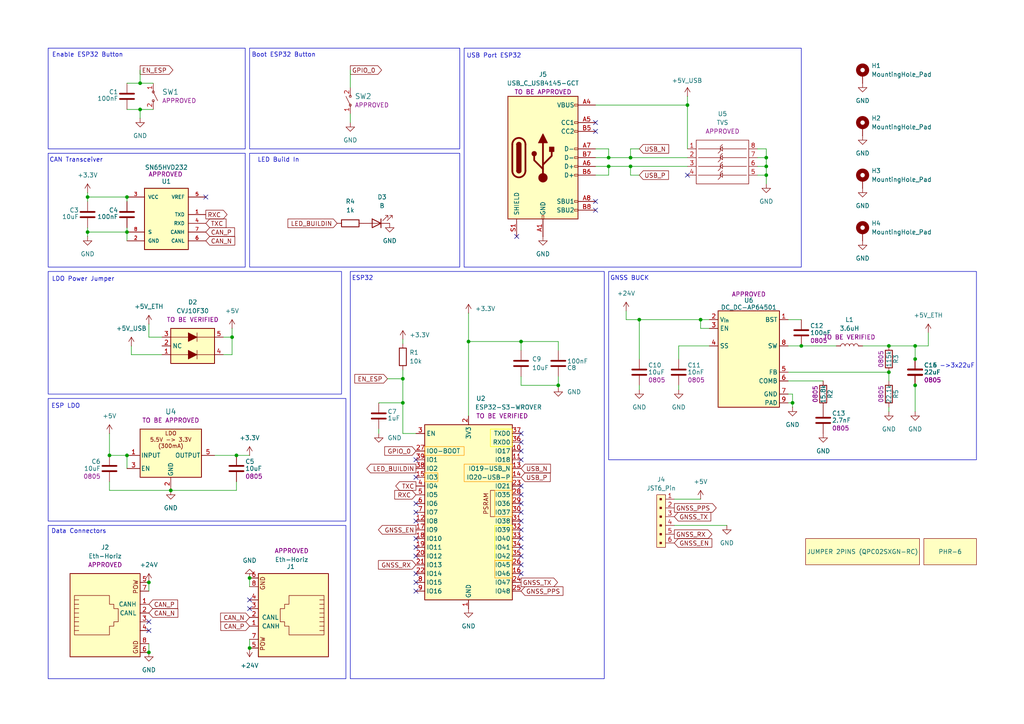
<source format=kicad_sch>
(kicad_sch (version 20250114) (generator "eeschema") (generator_version "9.0")
  (paper "A4")
  (rectangle (start 13.97 78.74) (end 99.06 114.3))
  (rectangle (start 13.97 44.45) (end 71.12 77.47))
  (rectangle (start 176.53 78.74) (end 283.21 133.35))
  (rectangle (start 101.6 78.74) (end 175.26 196.85))
  (rectangle (start 72.39 44.45) (end 133.35 77.47))
  (rectangle (start 40.64 31.75) (end 40.64 31.75))
  (rectangle (start 134.62 13.97) (end 232.41 77.47))
  (rectangle (start 13.97 13.97) (end 71.12 43.18))
  (rectangle (start 72.39 13.97) (end 133.35 43.18))
  (rectangle (start 13.97 152.4) (end 100.33 196.85))
  (rectangle (start 13.97 115.57) (end 100.33 151.13))
  (text "Enable ESP32 Button" (at 25.4 16.002 0) (effects (font (size 1.27 1.27))))
  (text "->3x22uF\n" (at 277.622 106.172 0) (effects (font (size 1.27 1.27))))
  (text "Data Connectors" (at 22.86 154.178 0) (effects (font (size 1.27 1.27))))
  (text "Boot ESP32 Button" (at 82.296 16.002 0) (effects (font (size 1.27 1.27))))
  (text "LED Build In" (at 80.772 46.482 0) (effects (font (size 1.27 1.27))))
  (text "ESP32" (at 105.156 80.772 0) (effects (font (size 1.27 1.27))))
  (text "CAN Transceiver" (at 22.098 46.482 0) (effects (font (size 1.27 1.27))))
  (text "ESP LDO" (at 19.05 117.856 0) (effects (font (size 1.27 1.27))))
  (text "GNSS BUCK" (at 182.626 80.772 0) (effects (font (size 1.27 1.27))))
  (text "LDO Power Jumper" (at 24.13 81.026 0) (effects (font (size 1.27 1.27))))
  (text "USB Port ESP32" (at 143.256 16.256 0) (effects (font (size 1.27 1.27))))
  (junction (at 36.83 57.15))
  (junction (at 151.13 99.06))
  (junction (at 232.41 100.33))
  (junction (at 40.64 24.13))
  (junction (at 265.43 100.33))
  (junction (at 222.25 50.8))
  (junction (at 43.18 189.23))
  (junction (at 203.2 92.71))
  (junction (at 222.25 45.72))
  (junction (at 49.53 142.24))
  (junction (at 182.88 48.26))
  (junction (at 176.53 45.72))
  (junction (at 36.83 67.31))
  (junction (at 185.42 92.71))
  (junction (at 72.39 187.96))
  (junction (at 176.53 48.26))
  (junction (at 265.43 111.76))
  (junction (at 116.84 116.84))
  (junction (at 257.81 107.95))
  (junction (at 68.58 132.08))
  (junction (at 199.39 30.48))
  (junction (at 135.89 99.06))
  (junction (at 31.75 132.08))
  (junction (at 43.18 168.91))
  (junction (at 257.81 100.33))
  (junction (at 67.31 97.79))
  (junction (at 265.43 104.14))
  (junction (at 40.64 31.75))
  (junction (at 229.87 116.84))
  (junction (at 36.83 132.08))
  (junction (at 25.4 67.31))
  (junction (at 182.88 45.72))
  (junction (at 161.925 111.76))
  (junction (at 222.25 48.26))
  (junction (at 25.4 57.15))
  (junction (at 116.84 109.855))
  (junction (at 72.39 167.64))
  (no_connect (at 151.13 148.59))
  (no_connect (at 172.72 38.1))
  (no_connect (at 120.65 161.29))
  (no_connect (at 72.39 173.99))
  (no_connect (at 120.65 146.05))
  (no_connect (at 120.65 138.43))
  (no_connect (at 151.13 166.37))
  (no_connect (at 151.13 163.83))
  (no_connect (at 151.13 140.97))
  (no_connect (at 120.65 151.13))
  (no_connect (at 151.13 133.35))
  (no_connect (at 59.69 57.15))
  (no_connect (at 120.65 156.21))
  (no_connect (at 120.65 171.45))
  (no_connect (at 149.86 68.58))
  (no_connect (at 120.65 168.91))
  (no_connect (at 120.65 148.59))
  (no_connect (at 43.18 180.34))
  (no_connect (at 72.39 176.53))
  (no_connect (at 120.65 158.75))
  (no_connect (at 151.13 156.21))
  (no_connect (at 172.72 58.42))
  (no_connect (at 151.13 130.81))
  (no_connect (at 172.72 60.96))
  (no_connect (at 43.18 182.88))
  (no_connect (at 151.13 153.67))
  (no_connect (at 199.39 50.8))
  (no_connect (at 151.13 125.73))
  (no_connect (at 120.65 133.35))
  (no_connect (at 151.13 146.05))
  (no_connect (at 151.13 128.27))
  (no_connect (at 172.72 35.56))
  (no_connect (at 151.13 151.13))
  (no_connect (at 151.13 143.51))
  (no_connect (at 120.65 166.37))
  (no_connect (at 151.13 158.75))
  (no_connect (at 151.13 161.29))
  (wire (pts (xy 182.88 48.26) (xy 199.39 48.26)))
  (wire (pts (xy 222.25 43.18) (xy 222.25 45.72)))
  (wire (pts (xy 62.23 132.08) (xy 68.58 132.08)))
  (wire (pts (xy 36.83 66.04) (xy 36.83 67.31)))
  (wire (pts (xy 172.72 48.26) (xy 176.53 48.26)))
  (wire (pts (xy 222.25 48.26) (xy 222.25 50.8)))
  (wire (pts (xy 67.31 97.79) (xy 67.31 102.87)))
  (wire (pts (xy 36.83 31.75) (xy 40.64 31.75)))
  (wire (pts (xy 161.925 111.76) (xy 161.925 109.22)))
  (wire (pts (xy 257.81 118.11) (xy 257.81 119.38)))
  (wire (pts (xy 219.71 48.26) (xy 222.25 48.26)))
  (wire (pts (xy 25.4 55.88) (xy 25.4 57.15)))
  (wire (pts (xy 219.71 50.8) (xy 222.25 50.8)))
  (wire (pts (xy 182.88 45.72) (xy 199.39 45.72)))
  (wire (pts (xy 43.18 168.91) (xy 43.18 171.45)))
  (wire (pts (xy 25.4 66.04) (xy 25.4 67.31)))
  (wire (pts (xy 172.72 43.18) (xy 176.53 43.18)))
  (wire (pts (xy 269.24 96.52) (xy 269.24 100.33)))
  (wire (pts (xy 182.88 43.18) (xy 185.42 43.18)))
  (wire (pts (xy 40.64 31.75) (xy 40.64 34.29)))
  (wire (pts (xy 72.39 185.42) (xy 72.39 187.96)))
  (wire (pts (xy 25.4 67.31) (xy 25.4 68.58)))
  (wire (pts (xy 109.855 116.84) (xy 116.84 116.84)))
  (wire (pts (xy 36.83 67.31) (xy 25.4 67.31)))
  (wire (pts (xy 176.53 48.26) (xy 182.88 48.26)))
  (wire (pts (xy 265.43 111.76) (xy 265.43 119.38)))
  (wire (pts (xy 40.64 31.75) (xy 44.45 31.75)))
  (wire (pts (xy 185.42 111.76) (xy 185.42 113.03)))
  (wire (pts (xy 182.88 50.8) (xy 185.42 50.8)))
  (wire (pts (xy 64.77 97.79) (xy 67.31 97.79)))
  (wire (pts (xy 135.89 99.06) (xy 135.89 120.65)))
  (wire (pts (xy 116.84 125.73) (xy 120.65 125.73)))
  (wire (pts (xy 196.85 111.76) (xy 196.85 113.03)))
  (wire (pts (xy 257.81 107.95) (xy 257.81 110.49)))
  (wire (pts (xy 36.83 132.08) (xy 36.83 135.89)))
  (wire (pts (xy 43.18 93.98) (xy 43.18 97.79)))
  (wire (pts (xy 68.58 132.08) (xy 72.39 132.08)))
  (wire (pts (xy 116.84 109.855) (xy 116.84 116.84)))
  (wire (pts (xy 43.18 186.69) (xy 43.18 189.23)))
  (wire (pts (xy 172.72 30.48) (xy 199.39 30.48)))
  (wire (pts (xy 31.75 125.73) (xy 31.75 132.08)))
  (wire (pts (xy 112.395 109.855) (xy 116.84 109.855)))
  (wire (pts (xy 222.25 50.8) (xy 222.25 53.34)))
  (wire (pts (xy 43.18 97.79) (xy 46.99 97.79)))
  (wire (pts (xy 49.53 142.24) (xy 68.58 142.24)))
  (wire (pts (xy 151.13 111.76) (xy 161.925 111.76)))
  (wire (pts (xy 185.42 92.71) (xy 185.42 104.14)))
  (wire (pts (xy 31.75 142.24) (xy 49.53 142.24)))
  (wire (pts (xy 161.925 99.06) (xy 161.925 101.6)))
  (wire (pts (xy 182.88 48.26) (xy 182.88 50.8)))
  (wire (pts (xy 36.83 57.15) (xy 36.83 58.42)))
  (wire (pts (xy 228.6 114.3) (xy 229.87 114.3)))
  (wire (pts (xy 172.72 50.8) (xy 176.53 50.8)))
  (wire (pts (xy 151.13 101.6) (xy 151.13 99.06)))
  (wire (pts (xy 67.31 95.25) (xy 67.31 97.79)))
  (wire (pts (xy 232.41 100.33) (xy 242.57 100.33)))
  (wire (pts (xy 219.71 43.18) (xy 222.25 43.18)))
  (wire (pts (xy 176.53 48.26) (xy 176.53 50.8)))
  (wire (pts (xy 151.13 109.22) (xy 151.13 111.76)))
  (wire (pts (xy 72.39 167.64) (xy 72.39 170.18)))
  (wire (pts (xy 181.61 92.71) (xy 185.42 92.71)))
  (wire (pts (xy 161.925 112.395) (xy 161.925 111.76)))
  (wire (pts (xy 199.39 30.48) (xy 199.39 43.18)))
  (wire (pts (xy 195.58 152.4) (xy 210.82 152.4)))
  (wire (pts (xy 40.64 24.13) (xy 44.45 24.13)))
  (wire (pts (xy 196.85 100.33) (xy 196.85 104.14)))
  (wire (pts (xy 203.2 92.71) (xy 205.74 92.71)))
  (wire (pts (xy 228.6 100.33) (xy 232.41 100.33)))
  (wire (pts (xy 135.89 99.06) (xy 151.13 99.06)))
  (wire (pts (xy 229.87 116.84) (xy 229.87 118.11)))
  (wire (pts (xy 38.1 102.87) (xy 46.99 102.87)))
  (wire (pts (xy 25.4 57.15) (xy 25.4 58.42)))
  (wire (pts (xy 116.84 116.84) (xy 116.84 125.73)))
  (wire (pts (xy 205.74 95.25) (xy 203.2 95.25)))
  (wire (pts (xy 228.6 92.71) (xy 232.41 92.71)))
  (wire (pts (xy 172.72 45.72) (xy 176.53 45.72)))
  (wire (pts (xy 151.13 99.06) (xy 161.925 99.06)))
  (wire (pts (xy 116.84 109.855) (xy 116.84 107.315)))
  (wire (pts (xy 31.75 132.08) (xy 36.83 132.08)))
  (wire (pts (xy 228.6 110.49) (xy 238.76 110.49)))
  (wire (pts (xy 265.43 100.33) (xy 265.43 104.14)))
  (wire (pts (xy 257.81 100.33) (xy 265.43 100.33)))
  (wire (pts (xy 101.6 33.02) (xy 101.6 35.56)))
  (wire (pts (xy 64.77 102.87) (xy 67.31 102.87)))
  (wire (pts (xy 265.43 100.33) (xy 269.24 100.33)))
  (wire (pts (xy 38.1 100.33) (xy 38.1 102.87)))
  (wire (pts (xy 36.83 67.31) (xy 36.83 69.85)))
  (wire (pts (xy 116.84 98.425) (xy 116.84 99.695)))
  (wire (pts (xy 196.85 100.33) (xy 205.74 100.33)))
  (wire (pts (xy 40.64 20.32) (xy 40.64 24.13)))
  (wire (pts (xy 135.89 90.805) (xy 135.89 99.06)))
  (wire (pts (xy 228.6 107.95) (xy 257.81 107.95)))
  (wire (pts (xy 68.58 139.7) (xy 68.58 142.24)))
  (wire (pts (xy 109.855 124.46) (xy 109.855 125.73)))
  (wire (pts (xy 181.61 90.17) (xy 181.61 92.71)))
  (wire (pts (xy 250.19 100.33) (xy 257.81 100.33)))
  (wire (pts (xy 101.6 20.32) (xy 101.6 25.4)))
  (wire (pts (xy 176.53 45.72) (xy 182.88 45.72)))
  (wire (pts (xy 36.83 57.15) (xy 25.4 57.15)))
  (wire (pts (xy 219.71 45.72) (xy 222.25 45.72)))
  (wire (pts (xy 182.88 45.72) (xy 182.88 43.18)))
  (wire (pts (xy 185.42 92.71) (xy 203.2 92.71)))
  (wire (pts (xy 229.87 114.3) (xy 229.87 116.84)))
  (wire (pts (xy 31.75 139.7) (xy 31.75 142.24)))
  (wire (pts (xy 199.39 27.94) (xy 199.39 30.48)))
  (wire (pts (xy 36.83 24.13) (xy 40.64 24.13)))
  (wire (pts (xy 222.25 45.72) (xy 222.25 48.26)))
  (wire (pts (xy 203.2 92.71) (xy 203.2 95.25)))
  (wire (pts (xy 228.6 116.84) (xy 229.87 116.84)))
  (wire (pts (xy 195.58 144.78) (xy 203.2 144.78)))
  (wire (pts (xy 176.53 43.18) (xy 176.53 45.72)))
  (global_label "GPIO_0" (shape output) (at 101.6 20.32 0) (property "Intersheetrefs" "${INTERSHEET_REFS}" (effects (hide yes))))
  (global_label "RXC" (shape input) (at 120.65 143.51 180) (property "Intersheetrefs" "${INTERSHEET_REFS}" (effects (hide yes))))
  (global_label "GNSS_RX" (shape input) (at 120.65 163.83 180) (property "Intersheetrefs" "${INTERSHEET_REFS}" (effects (hide yes))))
  (global_label "GNSS_EN" (shape output) (at 120.65 153.67 180) (property "Intersheetrefs" "${INTERSHEET_REFS}" (effects (hide yes))))
  (global_label "CAN_P" (shape input) (at 43.18 175.26 0) (property "Intersheetrefs" "${INTERSHEET_REFS}" (effects (hide yes))))
  (global_label "EN_ESP" (shape output) (at 40.64 20.32 0) (property "Intersheetrefs" "${INTERSHEET_REFS}" (effects (hide yes))))
  (global_label "USB_N" (shape input) (at 185.42 43.18 0) (property "Intersheetrefs" "${INTERSHEET_REFS}" (effects (hide yes))))
  (global_label "GNSS_EN" (shape input) (at 195.58 157.48 0) (property "Intersheetrefs" "${INTERSHEET_REFS}" (effects (hide yes))))
  (global_label "GNSS_RX" (shape output) (at 195.58 154.94 0) (property "Intersheetrefs" "${INTERSHEET_REFS}" (effects (hide yes))))
  (global_label "TXC" (shape input) (at 59.69 64.77 0) (property "Intersheetrefs" "${INTERSHEET_REFS}" (effects (hide yes))))
  (global_label "USB_N" (shape input) (at 151.13 135.89 0) (property "Intersheetrefs" "${INTERSHEET_REFS}" (effects (hide yes))))
  (global_label "TXC" (shape output) (at 120.65 140.97 180) (property "Intersheetrefs" "${INTERSHEET_REFS}" (effects (hide yes))))
  (global_label "EN_ESP" (shape input) (at 112.395 109.855 180) (property "Intersheetrefs" "${INTERSHEET_REFS}" (effects (hide yes))))
  (global_label "RXC" (shape output) (at 59.69 62.23 0) (property "Intersheetrefs" "${INTERSHEET_REFS}" (effects (hide yes))))
  (global_label "USB_P" (shape input) (at 185.42 50.8 0) (property "Intersheetrefs" "${INTERSHEET_REFS}" (effects (hide yes))))
  (global_label "CAN_P" (shape input) (at 59.69 67.31 0) (property "Intersheetrefs" "${INTERSHEET_REFS}" (effects (hide yes))))
  (global_label "LED_BUILDIN" (shape output) (at 120.65 135.89 180) (property "Intersheetrefs" "${INTERSHEET_REFS}" (effects (hide yes))))
  (global_label "GNSS_TX" (shape output) (at 151.13 168.91 0) (property "Intersheetrefs" "${INTERSHEET_REFS}" (effects (hide yes))))
  (global_label "GNSS_TX" (shape input) (at 195.58 149.86 0) (property "Intersheetrefs" "${INTERSHEET_REFS}" (effects (hide yes))))
  (global_label "LED_BUILDIN" (shape input) (at 97.79 64.77 180) (property "Intersheetrefs" "${INTERSHEET_REFS}" (effects (hide yes))))
  (global_label "CAN_N" (shape input) (at 72.39 179.07 180) (property "Intersheetrefs" "${INTERSHEET_REFS}" (effects (hide yes))))
  (global_label "CAN_P" (shape input) (at 72.39 181.61 180) (property "Intersheetrefs" "${INTERSHEET_REFS}" (effects (hide yes))))
  (global_label "USB_P" (shape input) (at 151.13 138.43 0) (property "Intersheetrefs" "${INTERSHEET_REFS}" (effects (hide yes))))
  (global_label "GNSS_PPS" (shape input) (at 151.13 171.45 0) (property "Intersheetrefs" "${INTERSHEET_REFS}" (effects (hide yes))))
  (global_label "GPIO_0" (shape input) (at 120.65 130.81 180) (property "Intersheetrefs" "${INTERSHEET_REFS}" (effects (hide yes))))
  (global_label "GNSS_PPS" (shape output) (at 195.58 147.32 0) (property "Intersheetrefs" "${INTERSHEET_REFS}" (effects (hide yes))))
  (global_label "CAN_N" (shape input) (at 59.69 69.85 0) (property "Intersheetrefs" "${INTERSHEET_REFS}" (effects (hide yes))))
  (global_label "CAN_N" (shape input) (at 43.18 177.8 0) (property "Intersheetrefs" "${INTERSHEET_REFS}" (effects (hide yes))))
  (symbol (lib_id "RoverLibrary:C_0805") (at 196.85 107.95 0) (unit 1)
    (property "Reference" "C11" (at 199.39 105.918 0) (effects (justify left)))
    (property "Value" "10nF" (at 199.39 107.95 0) (effects (justify left)))
    (property "Footprint" "Capacitor_SMD:C_0805_2012Metric_Pad1.18x1.45mm_HandSolder" (effects (hide yes)))
    (property "Description" "Unpolarized capacitor" (effects (hide yes)))
    (property "Package" "0805" (at 199.39 110.236 0) (effects (justify left)))
  )
  (symbol (lib_id "RoverLibrary:TVS-SMDB03CE3/TR7TR-ND") (at 209.55 39.37 0) (unit 1)
    (property "Reference" "U5" (at 209.55 33.02 0))
    (property "Value" "TVS" (at 209.55 35.56 0))
    (property "Footprint" "Package_SO:SOIC-8_3.9x4.9mm_P1.27mm" (effects (hide yes)))
    (property "STATYS" "APPROVED" (at 209.55 38.1 0))
  )
  (symbol (lib_id "power:GND") (at 185.42 113.03 0) (unit 1)
    (property "Reference" "#PWR021" (effects (hide yes)))
    (property "Value" "GND" (at 185.42 118.11 0))
    (property "Description" "Power symbol creates a global label with name \"GND\" , ground" (effects (hide yes)))
  )
  (symbol (lib_id "RoverLibrary:C-100nF") (at 161.925 105.41 180) (unit 1)
    (property "Reference" "C8" (at 164.465 106.68 0) (effects (justify right)))
    (property "Value" "100nF" (at 164.465 104.775 0) (effects (justify right)))
    (property "Footprint" "Capacitor_SMD:C_0805_2012Metric_Pad1.18x1.45mm_HandSolder" (effects (hide yes)))
    (property "Description" "Unpolarized capacitor" (effects (hide yes)))
  )
  (symbol (lib_id "power:+5V") (at 38.1 100.33 0) (unit 1)
    (property "Reference" "#PWR039" (effects (hide yes)))
    (property "Value" "+5V_USB" (at 38.1 95.25 0))
    (property "Description" "Power symbol creates a global label with name \"+5V\"" (effects (hide yes)))
  )
  (symbol (lib_id "power:GND") (at 72.39 167.64 180) (unit 1)
    (property "Reference" "#PWR023" (effects (hide yes)))
    (property "Value" "GND" (at 72.39 162.56 0))
    (property "Description" "Power symbol creates a global label with name \"GND\" , ground" (effects (hide yes)))
  )
  (symbol (lib_id "power:+5V") (at 43.18 93.98 0) (unit 1)
    (property "Reference" "#PWR040" (effects (hide yes)))
    (property "Value" "+5V_ETH" (at 43.18 88.9 0))
    (property "Description" "Power symbol creates a global label with name \"+5V\"" (effects (hide yes)))
  )
  (symbol (lib_id "RoverLibrary:Eth-Horiz-54601-908WPLF") (at 82.55 177.8 180) (unit 1)
    (property "Reference" "J1" (at 84.328 164.338 0))
    (property "Value" "Eth-Horiz" (at 84.582 162.306 0))
    (property "Footprint" "RoverFootprint:Ethernet_Horizontal" (effects (hide yes)))
    (property "Description" "RJ connector, 8P8C (8 positions 8 connected), RJ31/RJ32/RJ33/RJ34/RJ35/RJ41/RJ45/RJ49/RJ61" (effects (hide yes)))
    (property "STATUS" "APPROVED" (at 84.582 159.766 0))
  )
  (symbol (lib_id "power:GND") (at 161.925 112.395 0) (unit 1)
    (property "Reference" "#PWR016" (effects (hide yes)))
    (property "Value" "GND" (at 164.465 113.6649 0) (effects (justify left)))
    (property "Description" "Power symbol creates a global label with name \"GND\" , ground" (effects (hide yes)))
  )
  (symbol (lib_id "power:GND") (at 250.19 69.85 0) (unit 1)
    (property "Reference" "#PWR010" (effects (hide yes)))
    (property "Value" "GND" (at 250.19 74.93 0))
    (property "Description" "Power symbol creates a global label with name \"GND\" , ground" (effects (hide yes)))
  )
  (symbol (lib_id "RoverLibrary:L_3.6u_ASPI-6045S-3R6N-T") (at 246.38 100.33 90) (unit 1)
    (property "Reference" "L1" (at 246.38 92.71 90))
    (property "Value" "3.6uH" (at 246.38 95.25 90))
    (property "Footprint" "RoverFootprint:L_3.6u_ASPI-6045S-3R6N-T" (effects (hide yes)))
    (property "Datasheet" "https://abracon.com/Magnetics/power/ASPI-6045S.pdf" (effects (hide yes)))
    (property "Description" "Inductor" (effects (hide yes)))
    (property "STATUS" "TO BE VERIFIED" (at 246.38 97.79 90))
    (property "Digikey" "https://www.digikey.ca/en/products/detail/abracon-llc/ASPI-6045S-3R6N-T/2343383" (effects (hide yes)))
  )
  (symbol (lib_id "RoverLibrary:R_0805") (at 238.76 114.3 0) (unit 1)
    (property "Reference" "R2" (at 240.792 114.3 90))
    (property "Value" "15.8k" (at 238.76 114.3 90))
    (property "Footprint" "Resistor_SMD:R_0805_2012Metric_Pad1.20x1.40mm_HandSolder" (effects (hide yes)))
    (property "Description" "Resistor" (effects (hide yes)))
    (property "Package" "0805" (at 236.474 114.3 90))
  )
  (symbol (lib_id "RoverLibrary:DC_DC-AP64501") (at 217.17 86.36 0) (unit 1)
    (property "Reference" "U6" (at 217.17 87.122 0))
    (property "Value" "DC_DC-AP64501" (at 217.17 89.154 0))
    (property "Footprint" "Package_SO:SOIC-8-1EP_3.9x4.9mm_P1.27mm_EP2.29x3mm" (effects (hide yes)))
    (property "Datasheet" "https://www.diodes.com/assets/Datasheets/AP64501.pdf" (effects (hide yes)))
    (property "Description" "DC-DC 3.8V-40V 5A | Adj" (effects (hide yes)))
    (property "STATUS" "APPROVED" (at 217.17 85.344 0))
    (property "Digikey" "https://www.digikey.ca/en/products/detail/diodes-incorporated/AP64501SP-13/10419715" (effects (hide yes)))
  )
  (symbol (lib_id "power:+3.3V") (at 135.89 90.805 0) (unit 1)
    (property "Reference" "#PWR02" (effects (hide yes)))
    (property "Value" "+3.3V" (at 137.795 89.5349 0) (effects (justify left)))
    (property "Description" "Power symbol creates a global label with name \"+3.3V\"" (effects (hide yes)))
  )
  (symbol (lib_id "power:+3.3V") (at 25.4 55.88 0) (unit 1)
    (property "Reference" "#PWR06" (effects (hide yes)))
    (property "Value" "+3.3V" (at 25.4 50.8 0))
    (property "Description" "Power symbol creates a global label with name \"+3.3V\"" (effects (hide yes)))
  )
  (symbol (lib_id "RoverLibrary:MountingHole_Pad") (at 250.19 52.07 0) (unit 1) (exclude_from_sim yes) (in_bom no)
    (property "Reference" "H3" (at 252.73 49.5299 0) (effects (justify left)))
    (property "Value" "MountingHole_Pad" (at 252.73 52.0699 0) (effects (justify left)))
    (property "Footprint" "MountingHole:MountingHole_3.2mm_M3_DIN965_Pad_TopBottom" (effects (hide yes)))
    (property "Description" "Mounting Hole with connection" (effects (hide yes)))
  )
  (symbol (lib_id "power:+24V") (at 181.61 90.17 0) (unit 1)
    (property "Reference" "#PWR033" (effects (hide yes)))
    (property "Value" "+24V" (at 181.61 85.09 0))
    (property "Description" "Power symbol creates a global label with name \"+24V\"" (effects (hide yes)))
  )
  (symbol (lib_id "RoverLibrary:R_0805") (at 257.81 114.3 0) (unit 1)
    (property "Reference" "R5" (at 259.842 114.3 90))
    (property "Value" "22.1k" (at 257.81 114.3 90))
    (property "Footprint" "Resistor_SMD:R_0805_2012Metric_Pad1.20x1.40mm_HandSolder" (effects (hide yes)))
    (property "Description" "Resistor" (effects (hide yes)))
    (property "Package" "0805" (at 255.524 114.3 90))
  )
  (symbol (lib_id "RoverLibrary:C_0805") (at 185.42 107.95 0) (unit 1)
    (property "Reference" "C10" (at 187.96 105.918 0) (effects (justify left)))
    (property "Value" "10uF" (at 187.96 107.95 0) (effects (justify left)))
    (property "Footprint" "Capacitor_SMD:C_0805_2012Metric_Pad1.18x1.45mm_HandSolder" (effects (hide yes)))
    (property "Description" "Unpolarized capacitor" (effects (hide yes)))
    (property "Package" "0805" (at 187.96 110.236 0) (effects (justify left)))
  )
  (symbol (lib_id "power:GND") (at 40.64 34.29 0) (unit 1)
    (property "Reference" "#PWR03" (effects (hide yes)))
    (property "Value" "GND" (at 40.64 39.37 0))
    (property "Description" "Power symbol creates a global label with name \"GND\" , ground" (effects (hide yes)))
  )
  (symbol (lib_id "power:GND") (at 101.6 35.56 0) (unit 1)
    (property "Reference" "#PWR04" (effects (hide yes)))
    (property "Value" "GND" (at 101.6 40.64 0))
    (property "Description" "Power symbol creates a global label with name \"GND\" , ground" (effects (hide yes)))
  )
  (symbol (lib_id "power:GND") (at 222.25 53.34 0) (unit 1)
    (property "Reference" "#PWR027" (effects (hide yes)))
    (property "Value" "GND" (at 222.25 58.42 0))
    (property "Description" "Power symbol creates a global label with name \"GND\" , ground" (effects (hide yes)))
  )
  (symbol (lib_id "RoverLibrary:C_0805") (at 31.75 135.89 0) (mirror y) (unit 1)
    (property "Reference" "C6" (at 29.21 133.858 0) (effects (justify left)))
    (property "Value" "10uF" (at 29.21 135.89 0) (effects (justify left)))
    (property "Footprint" "Capacitor_SMD:C_0805_2012Metric_Pad1.18x1.45mm_HandSolder" (effects (hide yes)))
    (property "Description" "Unpolarized capacitor" (effects (hide yes)))
    (property "Package" "0805" (at 29.21 138.176 0) (effects (justify left)))
  )
  (symbol (lib_id "power:GND") (at 135.89 176.53 0) (unit 1)
    (property "Reference" "#PWR017" (effects (hide yes)))
    (property "Value" "GND" (at 135.89 181.61 0))
    (property "Description" "Power symbol creates a global label with name \"GND\" , ground" (effects (hide yes)))
  )
  (symbol (lib_id "power:GND") (at 257.81 119.38 0) (unit 1)
    (property "Reference" "#PWR036" (effects (hide yes)))
    (property "Value" "GND" (at 257.81 124.46 0))
    (property "Description" "Power symbol creates a global label with name \"GND\" , ground" (effects (hide yes)))
  )
  (symbol (lib_id "power:GND") (at 25.4 68.58 0) (unit 1)
    (property "Reference" "#PWR05" (effects (hide yes)))
    (property "Value" "GND" (at 25.4 73.66 0))
    (property "Description" "Power symbol creates a global label with name \"GND\" , ground" (effects (hide yes)))
  )
  (symbol (lib_id "RoverLibrary:C-100nF") (at 36.83 27.94 0) (unit 1)
    (property "Reference" "C1" (at 34.29 26.67 0) (effects (justify right)))
    (property "Value" "100nF" (at 34.29 28.575 0) (effects (justify right)))
    (property "Footprint" "Capacitor_SMD:C_0805_2012Metric_Pad1.18x1.45mm_HandSolder" (effects (hide yes)))
    (property "Description" "Unpolarized capacitor" (effects (hide yes)))
  )
  (symbol (lib_id "power:+5V") (at 199.39 27.94 0) (unit 1)
    (property "Reference" "#PWR09" (effects (hide yes)))
    (property "Value" "+5V_USB" (at 194.818 23.368 0) (effects (justify left)))
    (property "Description" "Power symbol creates a global label with name \"+5V\"" (effects (hide yes)))
  )
  (symbol (lib_id "power:GND") (at 109.855 125.73 0) (unit 1)
    (property "Reference" "#PWR020" (effects (hide yes)))
    (property "Value" "GND" (at 112.395 126.9999 0) (effects (justify left)))
    (property "Description" "Power symbol creates a global label with name \"GND\" , ground" (effects (hide yes)))
  )
  (symbol (lib_id "RoverLibrary:LDO-TLV74033PDBVR") (at 49.53 124.46 0) (unit 1)
    (property "Reference" "U4" (at 49.53 119.38 0) (effects (font (size 1.524 1.524))))
    (property "Value" "LDO-TLV74033PDBVR" (effects (hide yes)))
    (property "Footprint" "Package_TO_SOT_SMD:SOT-23-5_HandSoldering" (effects (hide yes)))
    (property "Datasheet" "https://mm.digikey.com/Volume0/opasdata/d220001/medias/docus/5334/TLV740P_DS.pdf" (effects (hide yes)))
    (property "Description" "LDO Fixed output 3.3V. Input range: 3.7V-5.5V. 300mA" (effects (hide yes)))
    (property "STATUS" "TO BE APPROVED" (at 49.53 121.92 0))
    (property "Digikey" "https://www.digikey.ca/en/products/detail/texas-instruments/TLV74033PDBVR/12642183" (effects (hide yes)))
  )
  (symbol (lib_id "RoverLibrary:Eth-Horiz-54601-908WPLF") (at 33.02 179.07 0) (unit 1)
    (property "Reference" "J2" (at 30.48 158.75 0))
    (property "Value" "Eth-Horiz" (at 30.48 161.29 0))
    (property "Footprint" "RoverFootprint:Ethernet_Horizontal" (effects (hide yes)))
    (property "Description" "RJ connector, 8P8C (8 positions 8 connected), RJ31/RJ32/RJ33/RJ34/RJ35/RJ41/RJ45/RJ49/RJ61" (effects (hide yes)))
    (property "STATUS" "APPROVED" (at 30.48 163.83 0))
  )
  (symbol (lib_id "RoverLibrary:PushButton-TS09-63-25-WT-160-SMT-TR") (at 101.6 29.21 90) (unit 1)
    (property "Reference" "SW2" (at 102.87 27.9399 90) (effects (font (size 1.524 1.524)) (justify right)))
    (property "Value" "TS09-63-25-WT-160-SMT-TR" (effects (hide yes)))
    (property "Footprint" "Button_Switch_SMD:SW_DIP_SPSTx01_Slide_6.7x4.1mm_W8.61mm_P2.54mm_LowProfile" (effects (hide yes)))
    (property "Datasheet" "TS09-63-25-WT-160-SMT-TR" (effects (hide yes)))
    (property "Description" "SMD Push button" (effects (hide yes)))
    (property "Digikey" "https://www.digikey.ca/en/products/detail/same-sky-formerly-cui-devices/TS09-63-25-WT-160-SMT-TR/15839066?s=N4IgTCBcDaICoGUAMBOAtANgMxrAVjQHU40BGDJNBAWRLgCUQBdAXyA" (effects (hide yes)))
    (property "STATUS" "APPROVED" (at 102.87 30.4799 90) (effects (justify right)))
  )
  (symbol (lib_id "power:GND") (at 238.76 125.73 0) (unit 1)
    (property "Reference" "#PWR026" (effects (hide yes)))
    (property "Value" "GND" (at 238.76 130.81 0))
    (property "Description" "Power symbol creates a global label with name \"GND\" , ground" (effects (hide yes)))
  )
  (symbol (lib_id "RoverLibrary:ESP32-S3-WROVER") (at 135.89 148.59 0) (unit 1)
    (property "Reference" "U2" (at 138.0841 115.57 0) (effects (justify left)))
    (property "Value" "ESP32-S3-WROVER" (at 137.795 118.11 0) (effects (justify left)))
    (property "Footprint" "RF_Module:ESP32-S3-WROOM-1U" (effects (hide yes)))
    (property "Datasheet" "https://www.espressif.com/sites/default/files/documentation/esp32-s3-wroom-1_wroom-1u_datasheet_en.pdf" (effects (hide yes)))
    (property "Description" "RF Module, ESP32-S3 SoC, Wi-Fi 802.11b/g/n, Bluetooth, BLE, 32-bit, 3.3V, onboard antenna, SMD" (effects (hide yes)))
    (property "Digikey Link" "https://www.digikey.ca/en/products/detail/espressif-systems/ESP32-S3-WROOM-1U-N8/16162635" (effects (hide yes)))
    (property "STATUS" "TO BE VERIFIED" (at 138.0841 120.65 0) (effects (justify left)))
  )
  (symbol (lib_id "RoverLibrary:C_0805") (at 265.43 107.95 0) (unit 1)
    (property "Reference" "C14" (at 267.97 105.918 0) (effects (justify left)))
    (property "Value" "22uF" (at 267.97 107.95 0) (effects (justify left)))
    (property "Footprint" "Capacitor_SMD:C_0805_2012Metric_Pad1.18x1.45mm_HandSolder" (effects (hide yes)))
    (property "Description" "Unpolarized capacitor" (effects (hide yes)))
    (property "Package" "0805" (at 267.97 110.236 0) (effects (justify left)))
  )
  (symbol (lib_id "RoverLibrary:MountingHole_Pad") (at 250.19 21.59 0) (unit 1) (exclude_from_sim yes) (in_bom no)
    (property "Reference" "H1" (at 252.73 19.0499 0) (effects (justify left)))
    (property "Value" "MountingHole_Pad" (at 252.73 21.5899 0) (effects (justify left)))
    (property "Footprint" "MountingHole:MountingHole_3.2mm_M3_DIN965_Pad_TopBottom" (effects (hide yes)))
    (property "Description" "Mounting Hole with connection" (effects (hide yes)))
  )
  (symbol (lib_id "RoverLibrary:C-1uF") (at 109.855 120.65 0) (mirror y) (unit 1)
    (property "Reference" "C7" (at 112.395 119.38 0) (effects (justify right)))
    (property "Value" "1uF" (at 112.395 121.285 0) (effects (justify right)))
    (property "Footprint" "Capacitor_SMD:C_0805_2012Metric_Pad1.18x1.45mm_HandSolder" (effects (hide yes)))
    (property "Description" "Unpolarized capacitor" (effects (hide yes)))
  )
  (symbol (lib_id "power:GND") (at 250.19 39.37 0) (unit 1)
    (property "Reference" "#PWR031" (effects (hide yes)))
    (property "Value" "GND" (at 250.19 44.45 0))
    (property "Description" "Power symbol creates a global label with name \"GND\" , ground" (effects (hide yes)))
  )
  (symbol (lib_id "RoverLibrary:MountingHole_Pad") (at 250.19 67.31 0) (unit 1) (exclude_from_sim yes) (in_bom no)
    (property "Reference" "H4" (at 252.73 64.7699 0) (effects (justify left)))
    (property "Value" "MountingHole_Pad" (at 252.73 67.3099 0) (effects (justify left)))
    (property "Footprint" "MountingHole:MountingHole_3.2mm_M3_DIN965_Pad_TopBottom" (effects (hide yes)))
    (property "Description" "Mounting Hole with connection" (effects (hide yes)))
  )
  (symbol (lib_id "power:GND") (at 113.03 64.77 0) (unit 1)
    (property "Reference" "#PWR022" (effects (hide yes)))
    (property "Value" "GND" (at 113.03 69.85 0))
    (property "Description" "Power symbol creates a global label with name \"GND\" , ground" (effects (hide yes)))
  )
  (symbol (lib_id "RoverLibrary:C-100nF") (at 36.83 62.23 0) (unit 1)
    (property "Reference" "C4" (at 34.29 60.96 0) (effects (justify right)))
    (property "Value" "100nF" (at 34.29 62.865 0) (effects (justify right)))
    (property "Footprint" "Capacitor_SMD:C_0805_2012Metric_Pad1.18x1.45mm_HandSolder" (effects (hide yes)))
    (property "Description" "Unpolarized capacitor" (effects (hide yes)))
  )
  (symbol (lib_id "power:GND") (at 210.82 152.4 0) (unit 1)
    (property "Reference" "#PWR014" (effects (hide yes)))
    (property "Value" "GND" (at 210.82 157.48 0))
    (property "Description" "Power symbol creates a global label with name \"GND\" , ground" (effects (hide yes)))
  )
  (symbol (lib_id "RoverLibrary:USB_C_USB4145-03-C") (at 157.48 45.72 0) (unit 1)
    (property "Reference" "J5" (at 157.48 21.59 0))
    (property "Value" "USB_C_USB4145-GCT" (at 157.48 24.13 0))
    (property "Footprint" "RoverFootprint:USB4145_GCT" (effects (hide yes)))
    (property "Datasheet" "https://mm.digikey.com/Volume0/opasdata/d220001/medias/docus/5561/USB4145%20-%20Product%20Drawing.pdf" (effects (hide yes)))
    (property "Description" "USB 2.0-only 16P Type-C Receptacle connector, Vertical" (effects (hide yes)))
    (property "STATUS" "TO BE APPROVED" (at 157.48 26.67 0))
    (property "Digikey" "https://www.digikey.ca/en/products/detail/gct/USB4115-03-C/13557449?s=N4IgTCBcDaIKoGUBCAWAjGgrAWgAwGYQBdAXyA" (effects (hide yes)))
  )
  (symbol (lib_id "power:GND") (at 157.48 68.58 0) (unit 1)
    (property "Reference" "#PWR028" (effects (hide yes)))
    (property "Value" "GND" (at 157.48 73.66 0))
    (property "Description" "Power symbol creates a global label with name \"GND\" , ground" (effects (hide yes)))
  )
  (symbol (lib_id "RoverLibrary:C_0805") (at 265.43 107.95 0) (unit 1)
    (property "Reference" "C15" (at 267.97 105.918 0) (effects (justify left)))
    (property "Value" "22uF" (at 267.97 107.95 0) (effects (justify left)))
    (property "Footprint" "Capacitor_SMD:C_0805_2012Metric_Pad1.18x1.45mm_HandSolder" (effects (hide yes)))
    (property "Description" "Unpolarized capacitor" (effects (hide yes)))
    (property "Package" "0805" (at 267.97 110.236 0) (effects (justify left)))
  )
  (symbol (lib_id "power:GND") (at 43.18 189.23 0) (unit 1)
    (property "Reference" "#PWR01" (effects (hide yes)))
    (property "Value" "GND" (at 43.18 194.31 0))
    (property "Description" "Power symbol creates a global label with name \"GND\" , ground" (effects (hide yes)))
  )
  (symbol (lib_id "power:GND") (at 250.19 54.61 0) (unit 1)
    (property "Reference" "#PWR032" (effects (hide yes)))
    (property "Value" "GND" (at 250.19 59.69 0))
    (property "Description" "Power symbol creates a global label with name \"GND\" , ground" (effects (hide yes)))
  )
  (symbol (lib_id "RoverLibrary:LED") (at 109.22 64.77 180) (unit 1)
    (property "Reference" "D3" (at 110.8075 57.15 0))
    (property "Value" "B" (at 110.8075 59.69 0))
    (property "Footprint" "LED_SMD:LED_0805_2012Metric_Pad1.15x1.40mm_HandSolder" (effects (hide yes)))
    (property "Description" "Light emitting diode" (effects (hide yes)))
  )
  (symbol (lib_id "RoverLibrary:C_0805") (at 265.43 107.95 0) (unit 1)
    (property "Reference" "C16" (at 267.97 105.918 0) (effects (justify left)))
    (property "Value" "22uF" (at 267.97 107.95 0) (effects (justify left)))
    (property "Footprint" "Capacitor_SMD:C_0805_2012Metric_Pad1.18x1.45mm_HandSolder" (effects (hide yes)))
    (property "Description" "Unpolarized capacitor" (effects (hide yes)))
    (property "Package" "0805" (at 267.97 110.236 0) (effects (justify left)))
  )
  (symbol (lib_id "RoverLibrary:R_0805") (at 257.81 104.14 0) (unit 1)
    (property "Reference" "R3" (at 259.842 104.14 90))
    (property "Value" "115k" (at 257.81 104.14 90))
    (property "Footprint" "Resistor_SMD:R_0805_2012Metric_Pad1.20x1.40mm_HandSolder" (effects (hide yes)))
    (property "Description" "Resistor" (effects (hide yes)))
    (property "Package" "0805" (at 255.524 104.14 90))
  )
  (symbol (lib_id "power:+5V") (at 269.24 96.52 0) (unit 1)
    (property "Reference" "#PWR035" (effects (hide yes)))
    (property "Value" "+5V_ETH" (at 269.24 91.44 0))
    (property "Description" "Power symbol creates a global label with name \"+5V\"" (effects (hide yes)))
  )
  (symbol (lib_id "power:GND") (at 196.85 113.03 0) (unit 1)
    (property "Reference" "#PWR07" (effects (hide yes)))
    (property "Value" "GND" (at 196.85 118.11 0))
    (property "Description" "Power symbol creates a global label with name \"GND\" , ground" (effects (hide yes)))
  )
  (symbol (lib_id "RoverLibrary:Diode_Schottchy_CVJ10F30") (at 55.88 93.98 0) (unit 1)
    (property "Reference" "D2" (at 55.88 87.63 0))
    (property "Value" "CVJ10F30" (at 55.88 90.17 0))
    (property "Footprint" "RoverFootprint:Diode_schottky-CVJ10F30" (effects (hide yes)))
    (property "Datasheet" "https://toshiba.semicon-storage.com/info/CVJ10F30_datasheet_en_20140407.pdf?did=13914&prodName=CVJ10F30" (effects (hide yes)))
    (property "Status" "TO BE VERIFIED" (at 55.88 92.71 0))
  )
  (symbol (lib_id "power:+3.3V") (at 116.84 98.425 0) (unit 1)
    (property "Reference" "#PWR019" (effects (hide yes)))
    (property "Value" "+3.3V" (at 118.745 97.1549 0) (effects (justify left)))
    (property "Description" "Power symbol creates a global label with name \"+3.3V\"" (effects (hide yes)))
  )
  (symbol (lib_id "power:+5V") (at 67.31 95.25 0) (unit 1)
    (property "Reference" "#PWR038" (effects (hide yes)))
    (property "Value" "+5V" (at 67.31 90.17 0))
    (property "Description" "Power symbol creates a global label with name \"+5V\"" (effects (hide yes)))
  )
  (symbol (lib_id "power:GND") (at 229.87 118.11 0) (unit 1)
    (property "Reference" "#PWR024" (effects (hide yes)))
    (property "Value" "GND" (at 229.87 123.19 0))
    (property "Description" "Power symbol creates a global label with name \"GND\" , ground" (effects (hide yes)))
  )
  (symbol (lib_id "power:+3.3V") (at 72.39 132.08 0) (unit 1)
    (property "Reference" "#PWR012" (effects (hide yes)))
    (property "Value" "+3.3V" (at 72.39 127 0))
    (property "Description" "Power symbol creates a global label with name \"+3.3V\"" (effects (hide yes)))
  )
  (symbol (lib_id "power:GND") (at 49.53 142.24 0) (unit 1)
    (property "Reference" "#PWR011" (effects (hide yes)))
    (property "Value" "GND" (at 49.53 147.32 0))
    (property "Description" "Power symbol creates a global label with name \"GND\" , ground" (effects (hide yes)))
  )
  (symbol (lib_id "power:GND") (at 250.19 24.13 0) (unit 1)
    (property "Reference" "#PWR030" (effects (hide yes)))
    (property "Value" "GND" (at 250.19 29.21 0))
    (property "Description" "Power symbol creates a global label with name \"GND\" , ground" (effects (hide yes)))
  )
  (symbol (lib_id "RoverLibrary:C_0805") (at 68.58 135.89 0) (unit 1)
    (property "Reference" "C5" (at 71.12 133.858 0) (effects (justify left)))
    (property "Value" "10uF" (at 71.12 135.89 0) (effects (justify left)))
    (property "Footprint" "Capacitor_SMD:C_0805_2012Metric_Pad1.18x1.45mm_HandSolder" (effects (hide yes)))
    (property "Description" "Unpolarized capacitor" (effects (hide yes)))
    (property "Package" "0805" (at 71.12 138.176 0) (effects (justify left)))
  )
  (symbol (lib_name "Off Board Part_1") (lib_id "RoverLibrary:Off Board Part") (at 250.19 160.02 0) (unit 1) (exclude_from_sim yes) (on_board no)
    (property "Reference" "G2" (effects (hide yes)))
    (property "Value" "JUMPER 2PINS (QPC02SXGN-RC)" (at 250.19 160.02 0))
    (property "Digikey" "https://www.digikey.ca/en/products/detail/sullins-connector-solutions/QPC02SXGN-RC/2618262" (effects (hide yes)))
  )
  (symbol (lib_id "RoverLibrary:MountingHole_Pad") (at 250.19 36.83 0) (unit 1) (exclude_from_sim yes) (in_bom no)
    (property "Reference" "H2" (at 252.73 34.2899 0) (effects (justify left)))
    (property "Value" "MountingHole_Pad" (at 252.73 36.8299 0) (effects (justify left)))
    (property "Footprint" "MountingHole:MountingHole_3.2mm_M3_DIN965_Pad_TopBottom" (effects (hide yes)))
    (property "Description" "Mounting Hole with connection" (effects (hide yes)))
  )
  (symbol (lib_id "power:+5V") (at 203.2 144.78 0) (unit 1)
    (property "Reference" "#PWR034" (effects (hide yes)))
    (property "Value" "+5V" (at 203.2 139.7 0))
    (property "Description" "Power symbol creates a global label with name \"+5V\"" (effects (hide yes)))
  )
  (symbol (lib_id "power:+5V") (at 31.75 125.73 0) (unit 1)
    (property "Reference" "#PWR018" (effects (hide yes)))
    (property "Value" "+5V" (at 31.75 120.65 0))
    (property "Description" "Power symbol creates a global label with name \"+5V\"" (effects (hide yes)))
  )
  (symbol (lib_id "power:GND") (at 265.43 119.38 0) (unit 1)
    (property "Reference" "#PWR037" (effects (hide yes)))
    (property "Value" "GND" (at 265.43 124.46 0))
    (property "Description" "Power symbol creates a global label with name \"GND\" , ground" (effects (hide yes)))
  )
  (symbol (lib_id "RoverLibrary:C_0805") (at 238.76 121.92 0) (unit 1)
    (property "Reference" "C13" (at 241.3 119.888 0) (effects (justify left)))
    (property "Value" "2.7nF" (at 241.3 121.92 0) (effects (justify left)))
    (property "Footprint" "Capacitor_SMD:C_0805_2012Metric_Pad1.18x1.45mm_HandSolder" (effects (hide yes)))
    (property "Description" "Unpolarized capacitor" (effects (hide yes)))
    (property "Package" "0805" (at 241.3 124.206 0) (effects (justify left)))
  )
  (symbol (lib_id "RoverLibrary:R-1k") (at 101.6 64.77 90) (unit 1)
    (property "Reference" "R4" (at 101.6 58.42 90))
    (property "Value" "1k" (at 101.6 60.96 90))
    (property "Footprint" "Resistor_SMD:R_0805_2012Metric_Pad1.20x1.40mm_HandSolder" (effects (hide yes)))
    (property "Description" "Resistor" (effects (hide yes)))
  )
  (symbol (lib_id "power:+24V") (at 72.39 187.96 180) (unit 1)
    (property "Reference" "#PWR025" (effects (hide yes)))
    (property "Value" "+24V" (at 72.39 193.04 0))
    (property "Description" "Power symbol creates a global label with name \"+24V\"" (effects (hide yes)))
  )
  (symbol (lib_id "RoverLibrary:R-10k") (at 116.84 103.505 0) (unit 1)
    (property "Reference" "R1" (at 118.745 102.2349 0) (effects (justify left)))
    (property "Value" "10k" (at 118.745 104.7749 0) (effects (justify left)))
    (property "Footprint" "Resistor_SMD:R_0805_2012Metric_Pad1.20x1.40mm_HandSolder" (effects (hide yes)))
    (property "Description" "Resistor" (effects (hide yes)))
  )
  (symbol (lib_id "RoverLibrary:C_0805") (at 232.41 96.52 0) (unit 1)
    (property "Reference" "C12" (at 234.95 94.488 0) (effects (justify left)))
    (property "Value" "100nF" (at 234.95 96.52 0) (effects (justify left)))
    (property "Footprint" "Capacitor_SMD:C_0805_2012Metric_Pad1.18x1.45mm_HandSolder" (effects (hide yes)))
    (property "Description" "Unpolarized capacitor" (effects (hide yes)))
    (property "Package" "0805" (at 234.95 98.806 0) (effects (justify left)))
  )
  (symbol (lib_id "RoverLibrary:CAN-Transceiver-SN65HVD232") (at 48.26 60.96 0) (unit 1)
    (property "Reference" "U1" (at 48.26 53.34 0) (effects (justify bottom)))
    (property "Value" "SN65HVD232" (at 48.26 49.276 0) (effects (justify bottom)))
    (property "Footprint" "Package_SO:SOIC-8_3.9x4.9mm_P1.27mm" (effects (hide yes)))
    (property "Datasheet" "https://www.ti.com/lit/ds/symlink/sn65hvd230.pdf?ts=1730319703644&ref_url=https%253A%252F%252Fwww.ti.com%252Fproduct%252FSN65HVD230" (effects (hide yes)))
    (property "Description" "CAN Transceiver" (effects (hide yes)))
    (property "PARTREV" "4" (effects (hide yes)))
    (property "STANDARD" "IPC 7351B" (effects (hide yes)))
    (property "MAXIMUM_PACKAGE_HEIGHT" "1.75 mm" (effects (hide yes)))
    (property "MANUFACTURER" "NXP USA" (effects (hide yes)))
    (property "STATUS" "APPROVED" (at 48.006 50.546 0))
  )
  (symbol (lib_id "RoverLibrary:CONN-JST-XH-B6B") (at 192.405 141.605 0) (unit 1)
    (property "Reference" "J4" (at 191.77 139.065 0))
    (property "Value" "JST6_Pin" (at 191.77 141.605 0))
    (property "Footprint" "Connector_JST:JST_PH_B6B-PH-K_1x06_P2.00mm_Vertical" (effects (hide yes)))
  )
  (symbol (lib_id "power:+24V") (at 43.18 168.91 0) (unit 1)
    (property "Reference" "#PWR015" (effects (hide yes)))
    (property "Value" "+24V" (at 43.18 163.83 0))
    (property "Description" "Power symbol creates a global label with name \"+24V\"" (effects (hide yes)))
  )
  (symbol (lib_id "RoverLibrary:C-22uF") (at 151.13 105.41 0) (unit 1)
    (property "Reference" "C9" (at 154.305 104.1399 0) (effects (justify left)))
    (property "Value" "10uF" (at 154.305 106.6799 0) (effects (justify left)))
    (property "Footprint" "Capacitor_SMD:C_0805_2012Metric_Pad1.18x1.45mm_HandSolder" (effects (hide yes)))
    (property "Description" "Unpolarized capacitor" (effects (hide yes)))
  )
  (symbol (lib_id "RoverLibrary:C-100nF") (at 25.4 62.23 0) (unit 1)
    (property "Reference" "C3" (at 22.86 60.96 0) (effects (justify right)))
    (property "Value" "10uF" (at 22.86 62.865 0) (effects (justify right)))
    (property "Footprint" "Capacitor_SMD:C_0805_2012Metric_Pad1.18x1.45mm_HandSolder" (effects (hide yes)))
    (property "Description" "Unpolarized capacitor" (effects (hide yes)))
  )
  (symbol (lib_name "Off Board Part_2") (lib_id "RoverLibrary:Off Board Part") (at 275.59 160.02 0) (unit 1) (exclude_from_sim yes) (on_board no)
    (property "Reference" "G1" (effects (hide yes)))
    (property "Value" "PHR-6" (at 275.59 160.02 0))
    (property "Digikey" "https://www.digikey.ca/en/products/detail/jst-sales-america-inc/PHR-6/608604" (effects (hide yes)))
  )
  (symbol (lib_id "RoverLibrary:PushButton-TS09-63-25-WT-160-SMT-TR") (at 44.45 27.94 270) (unit 1)
    (property "Reference" "SW1" (at 46.99 26.6699 90) (effects (font (size 1.524 1.524)) (justify left)))
    (property "Value" "TS09-63-25-WT-160-SMT-TR" (effects (hide yes)))
    (property "Footprint" "Button_Switch_SMD:SW_DIP_SPSTx01_Slide_6.7x4.1mm_W8.61mm_P2.54mm_LowProfile" (effects (hide yes)))
    (property "Datasheet" "TS09-63-25-WT-160-SMT-TR" (effects (hide yes)))
    (property "Description" "SMD Push button" (effects (hide yes)))
    (property "Digikey" "https://www.digikey.ca/en/products/detail/same-sky-formerly-cui-devices/TS09-63-25-WT-160-SMT-TR/15839066?s=N4IgTCBcDaICoGUAMBOAtANgMxrAVjQHU40BGDJNBAWRLgCUQBdAXyA" (effects (hide yes)))
    (property "STATUS" "APPROVED" (at 46.99 29.2099 90) (effects (justify left)))
  )
)
</source>
